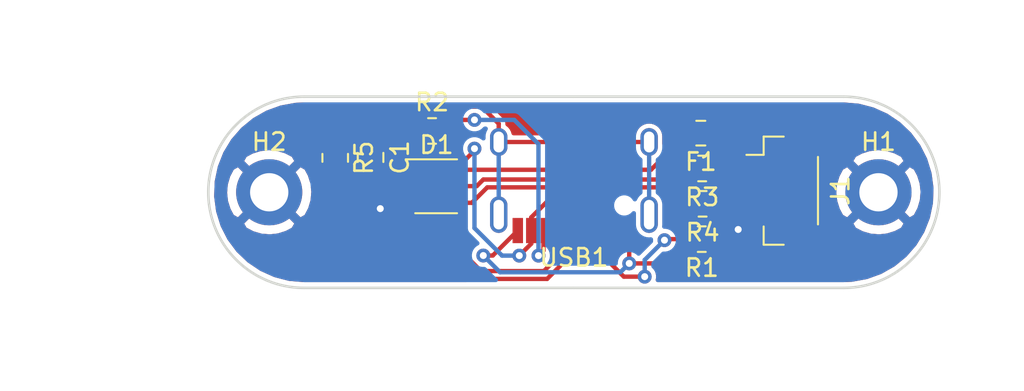
<source format=kicad_pcb>
(kicad_pcb (version 20171130) (host pcbnew 5.1.9-73d0e3b20d~88~ubuntu20.04.1)

  (general
    (thickness 1.6)
    (drawings 7)
    (tracks 99)
    (zones 0)
    (modules 12)
    (nets 14)
  )

  (page A4)
  (layers
    (0 F.Cu signal)
    (31 B.Cu signal)
    (32 B.Adhes user)
    (33 F.Adhes user)
    (34 B.Paste user)
    (35 F.Paste user)
    (36 B.SilkS user)
    (37 F.SilkS user)
    (38 B.Mask user)
    (39 F.Mask user)
    (40 Dwgs.User user)
    (41 Cmts.User user)
    (42 Eco1.User user)
    (43 Eco2.User user)
    (44 Edge.Cuts user)
    (45 Margin user)
    (46 B.CrtYd user)
    (47 F.CrtYd user)
    (48 B.Fab user)
    (49 F.Fab user)
  )

  (setup
    (last_trace_width 0.25)
    (trace_clearance 0.2)
    (zone_clearance 0.254)
    (zone_45_only no)
    (trace_min 0.2)
    (via_size 0.8)
    (via_drill 0.4)
    (via_min_size 0.4)
    (via_min_drill 0.3)
    (uvia_size 0.3)
    (uvia_drill 0.1)
    (uvias_allowed no)
    (uvia_min_size 0.2)
    (uvia_min_drill 0.1)
    (edge_width 0.15)
    (segment_width 0.2)
    (pcb_text_width 0.3)
    (pcb_text_size 1.5 1.5)
    (mod_edge_width 0.12)
    (mod_text_size 1 1)
    (mod_text_width 0.15)
    (pad_size 1.524 1.524)
    (pad_drill 0.762)
    (pad_to_mask_clearance 0)
    (aux_axis_origin 0 0)
    (grid_origin 78.987 57.972)
    (visible_elements FFFFFF7F)
    (pcbplotparams
      (layerselection 0x010fc_ffffffff)
      (usegerberextensions false)
      (usegerberattributes true)
      (usegerberadvancedattributes true)
      (creategerberjobfile true)
      (excludeedgelayer true)
      (linewidth 0.100000)
      (plotframeref false)
      (viasonmask false)
      (mode 1)
      (useauxorigin false)
      (hpglpennumber 1)
      (hpglpenspeed 20)
      (hpglpendiameter 15.000000)
      (psnegative false)
      (psa4output false)
      (plotreference true)
      (plotvalue true)
      (plotinvisibletext false)
      (padsonsilk false)
      (subtractmaskfromsilk false)
      (outputformat 1)
      (mirror false)
      (drillshape 1)
      (scaleselection 1)
      (outputdirectory ""))
  )

  (net 0 "")
  (net 1 Earth)
  (net 2 "Net-(C1-Pad1)")
  (net 3 VCC)
  (net 4 DBUS+)
  (net 5 DBUS-)
  (net 6 +5V)
  (net 7 GND)
  (net 8 D+)
  (net 9 D-)
  (net 10 "Net-(R1-Pad2)")
  (net 11 "Net-(R2-Pad2)")
  (net 12 "Net-(USB1-Pad3)")
  (net 13 "Net-(USB1-Pad9)")

  (net_class Default "This is the default net class."
    (clearance 0.2)
    (trace_width 0.25)
    (via_dia 0.8)
    (via_drill 0.4)
    (uvia_dia 0.3)
    (uvia_drill 0.1)
    (add_net +5V)
    (add_net D+)
    (add_net D-)
    (add_net DBUS+)
    (add_net DBUS-)
    (add_net Earth)
    (add_net GND)
    (add_net "Net-(C1-Pad1)")
    (add_net "Net-(R1-Pad2)")
    (add_net "Net-(R2-Pad2)")
    (add_net "Net-(USB1-Pad3)")
    (add_net "Net-(USB1-Pad9)")
    (add_net VCC)
  )

  (module MountingHole:MountingHole_2.2mm_M2_DIN965_Pad (layer F.Cu) (tedit 56D1B4CB) (tstamp 6087AB7B)
    (at 61.487 63.472)
    (descr "Mounting Hole 2.2mm, M2, DIN965")
    (tags "mounting hole 2.2mm m2 din965")
    (path /609395BB)
    (attr virtual)
    (fp_text reference H2 (at 0 -2.9) (layer F.SilkS)
      (effects (font (size 1 1) (thickness 0.15)))
    )
    (fp_text value MountingHole_Pad (at 0 2.9) (layer F.Fab)
      (effects (font (size 1 1) (thickness 0.15)))
    )
    (fp_text user %R (at 0.3 0) (layer F.Fab)
      (effects (font (size 1 1) (thickness 0.15)))
    )
    (fp_circle (center 0 0) (end 1.9 0) (layer Cmts.User) (width 0.15))
    (fp_circle (center 0 0) (end 2.15 0) (layer F.CrtYd) (width 0.05))
    (pad 1 thru_hole circle (at 0 0) (size 3.8 3.8) (drill 2.2) (layers *.Cu *.Mask)
      (net 1 Earth))
  )

  (module MountingHole:MountingHole_2.2mm_M2_DIN965_Pad locked (layer F.Cu) (tedit 56D1B4CB) (tstamp 6087AC21)
    (at 96.487 63.472)
    (descr "Mounting Hole 2.2mm, M2, DIN965")
    (tags "mounting hole 2.2mm m2 din965")
    (path /609382DF)
    (attr virtual)
    (fp_text reference H1 (at 0 -2.9) (layer F.SilkS)
      (effects (font (size 1 1) (thickness 0.15)))
    )
    (fp_text value MountingHole_Pad (at 0 2.9) (layer F.Fab)
      (effects (font (size 1 1) (thickness 0.15)))
    )
    (fp_text user %R (at 0.3 0) (layer F.Fab)
      (effects (font (size 1 1) (thickness 0.15)))
    )
    (fp_circle (center 0 0) (end 1.9 0) (layer Cmts.User) (width 0.15))
    (fp_circle (center 0 0) (end 2.15 0) (layer F.CrtYd) (width 0.05))
    (pad 1 thru_hole circle (at 0 0) (size 3.8 3.8) (drill 2.2) (layers *.Cu *.Mask)
      (net 1 Earth))
  )

  (module Connector_JST:JST_SH_BM04B-SRSS-TB_1x04-1MP_P1.00mm_Vertical (layer F.Cu) (tedit 5B78AD87) (tstamp 60879616)
    (at 91.002 63.379 270)
    (descr "JST SH series connector, BM04B-SRSS-TB (http://www.jst-mfg.com/product/pdf/eng/eSH.pdf), generated with kicad-footprint-generator")
    (tags "connector JST SH side entry")
    (path /6089C9F1)
    (attr smd)
    (fp_text reference J1 (at 0 -3.3 90) (layer F.SilkS)
      (effects (font (size 1 1) (thickness 0.15)))
    )
    (fp_text value Conn_01x04 (at 0 3.3 90) (layer F.Fab)
      (effects (font (size 1 1) (thickness 0.15)))
    )
    (fp_text user %R (at 0 -0.25 90) (layer F.Fab)
      (effects (font (size 1 1) (thickness 0.15)))
    )
    (fp_line (start -3 1) (end 3 1) (layer F.Fab) (width 0.1))
    (fp_line (start -3.11 -0.04) (end -3.11 1.11) (layer F.SilkS) (width 0.12))
    (fp_line (start -3.11 1.11) (end -2.06 1.11) (layer F.SilkS) (width 0.12))
    (fp_line (start -2.06 1.11) (end -2.06 2.1) (layer F.SilkS) (width 0.12))
    (fp_line (start 3.11 -0.04) (end 3.11 1.11) (layer F.SilkS) (width 0.12))
    (fp_line (start 3.11 1.11) (end 2.06 1.11) (layer F.SilkS) (width 0.12))
    (fp_line (start -1.94 -2.01) (end 1.94 -2.01) (layer F.SilkS) (width 0.12))
    (fp_line (start -3 -1.9) (end 3 -1.9) (layer F.Fab) (width 0.1))
    (fp_line (start -3 1) (end -3 -1.9) (layer F.Fab) (width 0.1))
    (fp_line (start 3 1) (end 3 -1.9) (layer F.Fab) (width 0.1))
    (fp_line (start -1.65 -1.55) (end -1.65 -0.95) (layer F.Fab) (width 0.1))
    (fp_line (start -1.65 -0.95) (end -1.35 -0.95) (layer F.Fab) (width 0.1))
    (fp_line (start -1.35 -0.95) (end -1.35 -1.55) (layer F.Fab) (width 0.1))
    (fp_line (start -1.35 -1.55) (end -1.65 -1.55) (layer F.Fab) (width 0.1))
    (fp_line (start -0.65 -1.55) (end -0.65 -0.95) (layer F.Fab) (width 0.1))
    (fp_line (start -0.65 -0.95) (end -0.35 -0.95) (layer F.Fab) (width 0.1))
    (fp_line (start -0.35 -0.95) (end -0.35 -1.55) (layer F.Fab) (width 0.1))
    (fp_line (start -0.35 -1.55) (end -0.65 -1.55) (layer F.Fab) (width 0.1))
    (fp_line (start 0.35 -1.55) (end 0.35 -0.95) (layer F.Fab) (width 0.1))
    (fp_line (start 0.35 -0.95) (end 0.65 -0.95) (layer F.Fab) (width 0.1))
    (fp_line (start 0.65 -0.95) (end 0.65 -1.55) (layer F.Fab) (width 0.1))
    (fp_line (start 0.65 -1.55) (end 0.35 -1.55) (layer F.Fab) (width 0.1))
    (fp_line (start 1.35 -1.55) (end 1.35 -0.95) (layer F.Fab) (width 0.1))
    (fp_line (start 1.35 -0.95) (end 1.65 -0.95) (layer F.Fab) (width 0.1))
    (fp_line (start 1.65 -0.95) (end 1.65 -1.55) (layer F.Fab) (width 0.1))
    (fp_line (start 1.65 -1.55) (end 1.35 -1.55) (layer F.Fab) (width 0.1))
    (fp_line (start -3.9 -2.6) (end -3.9 2.6) (layer F.CrtYd) (width 0.05))
    (fp_line (start -3.9 2.6) (end 3.9 2.6) (layer F.CrtYd) (width 0.05))
    (fp_line (start 3.9 2.6) (end 3.9 -2.6) (layer F.CrtYd) (width 0.05))
    (fp_line (start 3.9 -2.6) (end -3.9 -2.6) (layer F.CrtYd) (width 0.05))
    (fp_line (start -2 1) (end -1.5 0.292893) (layer F.Fab) (width 0.1))
    (fp_line (start -1.5 0.292893) (end -1 1) (layer F.Fab) (width 0.1))
    (pad MP smd roundrect (at 2.8 -1.2 270) (size 1.2 1.8) (layers F.Cu F.Paste F.Mask) (roundrect_rratio 0.208333))
    (pad MP smd roundrect (at -2.8 -1.2 270) (size 1.2 1.8) (layers F.Cu F.Paste F.Mask) (roundrect_rratio 0.208333))
    (pad 4 smd roundrect (at 1.5 1.325 270) (size 0.6 1.55) (layers F.Cu F.Paste F.Mask) (roundrect_rratio 0.25)
      (net 7 GND))
    (pad 3 smd roundrect (at 0.5 1.325 270) (size 0.6 1.55) (layers F.Cu F.Paste F.Mask) (roundrect_rratio 0.25)
      (net 8 D+))
    (pad 2 smd roundrect (at -0.5 1.325 270) (size 0.6 1.55) (layers F.Cu F.Paste F.Mask) (roundrect_rratio 0.25)
      (net 9 D-))
    (pad 1 smd roundrect (at -1.5 1.325 270) (size 0.6 1.55) (layers F.Cu F.Paste F.Mask) (roundrect_rratio 0.25)
      (net 6 +5V))
    (model ${KISYS3DMOD}/Connector_JST.3dshapes/JST_SH_BM04B-SRSS-TB_1x04-1MP_P1.00mm_Vertical.wrl
      (at (xyz 0 0 0))
      (scale (xyz 1 1 1))
      (rotate (xyz 0 0 0))
    )
    (model ${KIPRJMOD}/jst/JST_-_BM04B-SRSS-TBLFSN.step
      (offset (xyz 0 0.5 0))
      (scale (xyz 1 1 1))
      (rotate (xyz 0 0 0))
    )
  )

  (module Capacitor_SMD:C_0805_2012Metric (layer F.Cu) (tedit 5F68FEEE) (tstamp 6087800A)
    (at 67.31 61.468 270)
    (descr "Capacitor SMD 0805 (2012 Metric), square (rectangular) end terminal, IPC_7351 nominal, (Body size source: IPC-SM-782 page 76, https://www.pcb-3d.com/wordpress/wp-content/uploads/ipc-sm-782a_amendment_1_and_2.pdf, https://docs.google.com/spreadsheets/d/1BsfQQcO9C6DZCsRaXUlFlo91Tg2WpOkGARC1WS5S8t0/edit?usp=sharing), generated with kicad-footprint-generator")
    (tags capacitor)
    (path /608743C9)
    (attr smd)
    (fp_text reference C1 (at 0 -1.68 90) (layer F.SilkS)
      (effects (font (size 1 1) (thickness 0.15)))
    )
    (fp_text value 4.7n (at 0 1.68 90) (layer F.Fab)
      (effects (font (size 1 1) (thickness 0.15)))
    )
    (fp_text user %R (at 0 0 90) (layer F.Fab)
      (effects (font (size 0.5 0.5) (thickness 0.08)))
    )
    (fp_line (start -1 0.625) (end -1 -0.625) (layer F.Fab) (width 0.1))
    (fp_line (start -1 -0.625) (end 1 -0.625) (layer F.Fab) (width 0.1))
    (fp_line (start 1 -0.625) (end 1 0.625) (layer F.Fab) (width 0.1))
    (fp_line (start 1 0.625) (end -1 0.625) (layer F.Fab) (width 0.1))
    (fp_line (start -0.261252 -0.735) (end 0.261252 -0.735) (layer F.SilkS) (width 0.12))
    (fp_line (start -0.261252 0.735) (end 0.261252 0.735) (layer F.SilkS) (width 0.12))
    (fp_line (start -1.7 0.98) (end -1.7 -0.98) (layer F.CrtYd) (width 0.05))
    (fp_line (start -1.7 -0.98) (end 1.7 -0.98) (layer F.CrtYd) (width 0.05))
    (fp_line (start 1.7 -0.98) (end 1.7 0.98) (layer F.CrtYd) (width 0.05))
    (fp_line (start 1.7 0.98) (end -1.7 0.98) (layer F.CrtYd) (width 0.05))
    (pad 2 smd roundrect (at 0.95 0 270) (size 1 1.45) (layers F.Cu F.Paste F.Mask) (roundrect_rratio 0.25)
      (net 1 Earth))
    (pad 1 smd roundrect (at -0.95 0 270) (size 1 1.45) (layers F.Cu F.Paste F.Mask) (roundrect_rratio 0.25)
      (net 2 "Net-(C1-Pad1)"))
    (model ${KISYS3DMOD}/Capacitor_SMD.3dshapes/C_0805_2012Metric.wrl
      (at (xyz 0 0 0))
      (scale (xyz 1 1 1))
      (rotate (xyz 0 0 0))
    )
  )

  (module Type-C:HRO-TYPE-C-31-M-12-Assembly (layer F.Cu) (tedit 5C42C666) (tstamp 60876C4C)
    (at 78.992 57.979 180)
    (path /608E1765)
    (attr smd)
    (fp_text reference USB1 (at 0 -9.25) (layer F.SilkS)
      (effects (font (size 1 1) (thickness 0.15)))
    )
    (fp_text value HRO-TYPE-C-31-M-12 (at 0 1.15) (layer Dwgs.User)
      (effects (font (size 1 1) (thickness 0.15)))
    )
    (fp_text user %R (at 0 -9.25) (layer F.Fab)
      (effects (font (size 1 1) (thickness 0.15)))
    )
    (fp_line (start -4.47 -7.3) (end 4.47 -7.3) (layer Dwgs.User) (width 0.15))
    (fp_line (start 4.47 0) (end 4.47 -7.3) (layer Dwgs.User) (width 0.15))
    (fp_line (start -4.47 0) (end -4.47 -7.3) (layer Dwgs.User) (width 0.15))
    (fp_line (start -4.47 0) (end 4.47 0) (layer Dwgs.User) (width 0.15))
    (fp_line (start -4.5 -7.5) (end -3.75 -7.5) (layer F.CrtYd) (width 0.15))
    (fp_line (start 3.75 -7.5) (end 4.5 -7.5) (layer F.CrtYd) (width 0.15))
    (fp_line (start 4.5 -7.5) (end 4.5 0) (layer F.CrtYd) (width 0.15))
    (fp_line (start 4.5 0) (end -4.5 0) (layer F.CrtYd) (width 0.15))
    (fp_line (start -4.5 0) (end -4.5 -7.5) (layer F.CrtYd) (width 0.15))
    (fp_line (start -3.75 -7.5) (end -3.75 -8.5) (layer F.CrtYd) (width 0.15))
    (fp_line (start -3.75 -8.5) (end 3.75 -8.5) (layer F.CrtYd) (width 0.15))
    (fp_line (start 3.75 -8.5) (end 3.75 -7.5) (layer F.CrtYd) (width 0.15))
    (pad 12 smd rect (at 3.225 -7.695 180) (size 0.6 1.45) (layers F.Cu F.Paste F.Mask)
      (net 7 GND))
    (pad 1 smd rect (at -3.225 -7.695 180) (size 0.6 1.45) (layers F.Cu F.Paste F.Mask)
      (net 7 GND))
    (pad 11 smd rect (at 2.45 -7.695 180) (size 0.6 1.45) (layers F.Cu F.Paste F.Mask)
      (net 3 VCC))
    (pad 2 smd rect (at -2.45 -7.695 180) (size 0.6 1.45) (layers F.Cu F.Paste F.Mask)
      (net 3 VCC))
    (pad 3 smd rect (at -1.75 -7.695 180) (size 0.3 1.45) (layers F.Cu F.Paste F.Mask)
      (net 12 "Net-(USB1-Pad3)"))
    (pad 10 smd rect (at 1.75 -7.695 180) (size 0.3 1.45) (layers F.Cu F.Paste F.Mask)
      (net 11 "Net-(R2-Pad2)"))
    (pad 4 smd rect (at -1.25 -7.695 180) (size 0.3 1.45) (layers F.Cu F.Paste F.Mask)
      (net 10 "Net-(R1-Pad2)"))
    (pad 9 smd rect (at 1.25 -7.695 180) (size 0.3 1.45) (layers F.Cu F.Paste F.Mask)
      (net 13 "Net-(USB1-Pad9)"))
    (pad 5 smd rect (at -0.75 -7.695 180) (size 0.3 1.45) (layers F.Cu F.Paste F.Mask)
      (net 5 DBUS-))
    (pad 8 smd rect (at 0.75 -7.695 180) (size 0.3 1.45) (layers F.Cu F.Paste F.Mask)
      (net 4 DBUS+))
    (pad 7 smd rect (at 0.25 -7.695 180) (size 0.3 1.45) (layers F.Cu F.Paste F.Mask)
      (net 5 DBUS-))
    (pad 6 smd rect (at -0.25 -7.695 180) (size 0.3 1.45) (layers F.Cu F.Paste F.Mask)
      (net 4 DBUS+))
    (pad "" np_thru_hole circle (at 2.89 -6.25 180) (size 0.65 0.65) (drill 0.65) (layers *.Cu *.Mask))
    (pad "" np_thru_hole circle (at -2.89 -6.25 180) (size 0.65 0.65) (drill 0.65) (layers *.Cu *.Mask))
    (pad 13 thru_hole oval (at -4.32 -6.78 180) (size 1 2.1) (drill oval 0.6 1.7) (layers *.Cu *.Mask)
      (net 2 "Net-(C1-Pad1)"))
    (pad 13 thru_hole oval (at 4.32 -6.78 180) (size 1 2.1) (drill oval 0.6 1.7) (layers *.Cu *.Mask)
      (net 2 "Net-(C1-Pad1)"))
    (pad 13 thru_hole oval (at -4.32 -2.6 180) (size 1 1.6) (drill oval 0.6 1.2) (layers *.Cu *.Mask)
      (net 2 "Net-(C1-Pad1)"))
    (pad 13 thru_hole oval (at 4.32 -2.6 180) (size 1 1.6) (drill oval 0.6 1.2) (layers *.Cu *.Mask)
      (net 2 "Net-(C1-Pad1)"))
    (model "${KIPRJMOD}/Type-C.pretty/HRO  TYPE-C-31-M-12.step"
      (offset (xyz -4.5 0 0))
      (scale (xyz 1 1 1))
      (rotate (xyz -90 0 0))
    )
  )

  (module Resistor_SMD:R_0805_2012Metric (layer F.Cu) (tedit 5F68FEEE) (tstamp 60876C29)
    (at 65.278 61.4915 270)
    (descr "Resistor SMD 0805 (2012 Metric), square (rectangular) end terminal, IPC_7351 nominal, (Body size source: IPC-SM-782 page 72, https://www.pcb-3d.com/wordpress/wp-content/uploads/ipc-sm-782a_amendment_1_and_2.pdf), generated with kicad-footprint-generator")
    (tags resistor)
    (path /60873B45)
    (attr smd)
    (fp_text reference R5 (at 0 -1.65 90) (layer F.SilkS)
      (effects (font (size 1 1) (thickness 0.15)))
    )
    (fp_text value 1M (at 0 1.65 90) (layer F.Fab)
      (effects (font (size 1 1) (thickness 0.15)))
    )
    (fp_text user %R (at 0 0 90) (layer F.Fab)
      (effects (font (size 0.5 0.5) (thickness 0.08)))
    )
    (fp_line (start -1 0.625) (end -1 -0.625) (layer F.Fab) (width 0.1))
    (fp_line (start -1 -0.625) (end 1 -0.625) (layer F.Fab) (width 0.1))
    (fp_line (start 1 -0.625) (end 1 0.625) (layer F.Fab) (width 0.1))
    (fp_line (start 1 0.625) (end -1 0.625) (layer F.Fab) (width 0.1))
    (fp_line (start -0.227064 -0.735) (end 0.227064 -0.735) (layer F.SilkS) (width 0.12))
    (fp_line (start -0.227064 0.735) (end 0.227064 0.735) (layer F.SilkS) (width 0.12))
    (fp_line (start -1.68 0.95) (end -1.68 -0.95) (layer F.CrtYd) (width 0.05))
    (fp_line (start -1.68 -0.95) (end 1.68 -0.95) (layer F.CrtYd) (width 0.05))
    (fp_line (start 1.68 -0.95) (end 1.68 0.95) (layer F.CrtYd) (width 0.05))
    (fp_line (start 1.68 0.95) (end -1.68 0.95) (layer F.CrtYd) (width 0.05))
    (pad 2 smd roundrect (at 0.9125 0 270) (size 1.025 1.4) (layers F.Cu F.Paste F.Mask) (roundrect_rratio 0.243902)
      (net 1 Earth))
    (pad 1 smd roundrect (at -0.9125 0 270) (size 1.025 1.4) (layers F.Cu F.Paste F.Mask) (roundrect_rratio 0.243902)
      (net 2 "Net-(C1-Pad1)"))
    (model ${KISYS3DMOD}/Resistor_SMD.3dshapes/R_0805_2012Metric.wrl
      (at (xyz 0 0 0))
      (scale (xyz 1 1 1))
      (rotate (xyz 0 0 0))
    )
  )

  (module Resistor_SMD:R_0805_2012Metric (layer F.Cu) (tedit 5F68FEEE) (tstamp 60877345)
    (at 86.3835 64.135 180)
    (descr "Resistor SMD 0805 (2012 Metric), square (rectangular) end terminal, IPC_7351 nominal, (Body size source: IPC-SM-782 page 72, https://www.pcb-3d.com/wordpress/wp-content/uploads/ipc-sm-782a_amendment_1_and_2.pdf), generated with kicad-footprint-generator")
    (tags resistor)
    (path /608820A5)
    (attr smd)
    (fp_text reference R4 (at 0 -1.65) (layer F.SilkS)
      (effects (font (size 1 1) (thickness 0.15)))
    )
    (fp_text value 22 (at 0 1.65) (layer F.Fab)
      (effects (font (size 1 1) (thickness 0.15)))
    )
    (fp_text user %R (at 0 0) (layer F.Fab)
      (effects (font (size 0.5 0.5) (thickness 0.08)))
    )
    (fp_line (start -1 0.625) (end -1 -0.625) (layer F.Fab) (width 0.1))
    (fp_line (start -1 -0.625) (end 1 -0.625) (layer F.Fab) (width 0.1))
    (fp_line (start 1 -0.625) (end 1 0.625) (layer F.Fab) (width 0.1))
    (fp_line (start 1 0.625) (end -1 0.625) (layer F.Fab) (width 0.1))
    (fp_line (start -0.227064 -0.735) (end 0.227064 -0.735) (layer F.SilkS) (width 0.12))
    (fp_line (start -0.227064 0.735) (end 0.227064 0.735) (layer F.SilkS) (width 0.12))
    (fp_line (start -1.68 0.95) (end -1.68 -0.95) (layer F.CrtYd) (width 0.05))
    (fp_line (start -1.68 -0.95) (end 1.68 -0.95) (layer F.CrtYd) (width 0.05))
    (fp_line (start 1.68 -0.95) (end 1.68 0.95) (layer F.CrtYd) (width 0.05))
    (fp_line (start 1.68 0.95) (end -1.68 0.95) (layer F.CrtYd) (width 0.05))
    (pad 2 smd roundrect (at 0.9125 0 180) (size 1.025 1.4) (layers F.Cu F.Paste F.Mask) (roundrect_rratio 0.243902)
      (net 4 DBUS+))
    (pad 1 smd roundrect (at -0.9125 0 180) (size 1.025 1.4) (layers F.Cu F.Paste F.Mask) (roundrect_rratio 0.243902)
      (net 8 D+))
    (model ${KISYS3DMOD}/Resistor_SMD.3dshapes/R_0805_2012Metric.wrl
      (at (xyz 0 0 0))
      (scale (xyz 1 1 1))
      (rotate (xyz 0 0 0))
    )
  )

  (module Resistor_SMD:R_0805_2012Metric (layer F.Cu) (tedit 5F68FEEE) (tstamp 608778B9)
    (at 86.36 62.103 180)
    (descr "Resistor SMD 0805 (2012 Metric), square (rectangular) end terminal, IPC_7351 nominal, (Body size source: IPC-SM-782 page 72, https://www.pcb-3d.com/wordpress/wp-content/uploads/ipc-sm-782a_amendment_1_and_2.pdf), generated with kicad-footprint-generator")
    (tags resistor)
    (path /60881E3E)
    (attr smd)
    (fp_text reference R3 (at 0 -1.65) (layer F.SilkS)
      (effects (font (size 1 1) (thickness 0.15)))
    )
    (fp_text value 22 (at 0 1.65) (layer F.Fab)
      (effects (font (size 1 1) (thickness 0.15)))
    )
    (fp_text user %R (at 0 0) (layer F.Fab)
      (effects (font (size 0.5 0.5) (thickness 0.08)))
    )
    (fp_line (start -1 0.625) (end -1 -0.625) (layer F.Fab) (width 0.1))
    (fp_line (start -1 -0.625) (end 1 -0.625) (layer F.Fab) (width 0.1))
    (fp_line (start 1 -0.625) (end 1 0.625) (layer F.Fab) (width 0.1))
    (fp_line (start 1 0.625) (end -1 0.625) (layer F.Fab) (width 0.1))
    (fp_line (start -0.227064 -0.735) (end 0.227064 -0.735) (layer F.SilkS) (width 0.12))
    (fp_line (start -0.227064 0.735) (end 0.227064 0.735) (layer F.SilkS) (width 0.12))
    (fp_line (start -1.68 0.95) (end -1.68 -0.95) (layer F.CrtYd) (width 0.05))
    (fp_line (start -1.68 -0.95) (end 1.68 -0.95) (layer F.CrtYd) (width 0.05))
    (fp_line (start 1.68 -0.95) (end 1.68 0.95) (layer F.CrtYd) (width 0.05))
    (fp_line (start 1.68 0.95) (end -1.68 0.95) (layer F.CrtYd) (width 0.05))
    (pad 2 smd roundrect (at 0.9125 0 180) (size 1.025 1.4) (layers F.Cu F.Paste F.Mask) (roundrect_rratio 0.243902)
      (net 5 DBUS-))
    (pad 1 smd roundrect (at -0.9125 0 180) (size 1.025 1.4) (layers F.Cu F.Paste F.Mask) (roundrect_rratio 0.243902)
      (net 9 D-))
    (model ${KISYS3DMOD}/Resistor_SMD.3dshapes/R_0805_2012Metric.wrl
      (at (xyz 0 0 0))
      (scale (xyz 1 1 1))
      (rotate (xyz 0 0 0))
    )
  )

  (module Resistor_SMD:R_0805_2012Metric (layer F.Cu) (tedit 5F68FEEE) (tstamp 60876BF6)
    (at 70.8425 59.944)
    (descr "Resistor SMD 0805 (2012 Metric), square (rectangular) end terminal, IPC_7351 nominal, (Body size source: IPC-SM-782 page 72, https://www.pcb-3d.com/wordpress/wp-content/uploads/ipc-sm-782a_amendment_1_and_2.pdf), generated with kicad-footprint-generator")
    (tags resistor)
    (path /60883DD0)
    (attr smd)
    (fp_text reference R2 (at 0 -1.65) (layer F.SilkS)
      (effects (font (size 1 1) (thickness 0.15)))
    )
    (fp_text value 5.1k (at 0 1.65) (layer F.Fab)
      (effects (font (size 1 1) (thickness 0.15)))
    )
    (fp_text user %R (at 0 0) (layer F.Fab)
      (effects (font (size 0.5 0.5) (thickness 0.08)))
    )
    (fp_line (start -1 0.625) (end -1 -0.625) (layer F.Fab) (width 0.1))
    (fp_line (start -1 -0.625) (end 1 -0.625) (layer F.Fab) (width 0.1))
    (fp_line (start 1 -0.625) (end 1 0.625) (layer F.Fab) (width 0.1))
    (fp_line (start 1 0.625) (end -1 0.625) (layer F.Fab) (width 0.1))
    (fp_line (start -0.227064 -0.735) (end 0.227064 -0.735) (layer F.SilkS) (width 0.12))
    (fp_line (start -0.227064 0.735) (end 0.227064 0.735) (layer F.SilkS) (width 0.12))
    (fp_line (start -1.68 0.95) (end -1.68 -0.95) (layer F.CrtYd) (width 0.05))
    (fp_line (start -1.68 -0.95) (end 1.68 -0.95) (layer F.CrtYd) (width 0.05))
    (fp_line (start 1.68 -0.95) (end 1.68 0.95) (layer F.CrtYd) (width 0.05))
    (fp_line (start 1.68 0.95) (end -1.68 0.95) (layer F.CrtYd) (width 0.05))
    (pad 2 smd roundrect (at 0.9125 0) (size 1.025 1.4) (layers F.Cu F.Paste F.Mask) (roundrect_rratio 0.243902)
      (net 11 "Net-(R2-Pad2)"))
    (pad 1 smd roundrect (at -0.9125 0) (size 1.025 1.4) (layers F.Cu F.Paste F.Mask) (roundrect_rratio 0.243902)
      (net 1 Earth))
    (model ${KISYS3DMOD}/Resistor_SMD.3dshapes/R_0805_2012Metric.wrl
      (at (xyz 0 0 0))
      (scale (xyz 1 1 1))
      (rotate (xyz 0 0 0))
    )
  )

  (module Resistor_SMD:R_0805_2012Metric (layer F.Cu) (tedit 5F68FEEE) (tstamp 6087897A)
    (at 86.3365 66.167 180)
    (descr "Resistor SMD 0805 (2012 Metric), square (rectangular) end terminal, IPC_7351 nominal, (Body size source: IPC-SM-782 page 72, https://www.pcb-3d.com/wordpress/wp-content/uploads/ipc-sm-782a_amendment_1_and_2.pdf), generated with kicad-footprint-generator")
    (tags resistor)
    (path /60883B60)
    (attr smd)
    (fp_text reference R1 (at 0 -1.65) (layer F.SilkS)
      (effects (font (size 1 1) (thickness 0.15)))
    )
    (fp_text value 5.1k (at 0 1.65) (layer F.Fab)
      (effects (font (size 1 1) (thickness 0.15)))
    )
    (fp_text user %R (at 0 0) (layer F.Fab)
      (effects (font (size 0.5 0.5) (thickness 0.08)))
    )
    (fp_line (start -1 0.625) (end -1 -0.625) (layer F.Fab) (width 0.1))
    (fp_line (start -1 -0.625) (end 1 -0.625) (layer F.Fab) (width 0.1))
    (fp_line (start 1 -0.625) (end 1 0.625) (layer F.Fab) (width 0.1))
    (fp_line (start 1 0.625) (end -1 0.625) (layer F.Fab) (width 0.1))
    (fp_line (start -0.227064 -0.735) (end 0.227064 -0.735) (layer F.SilkS) (width 0.12))
    (fp_line (start -0.227064 0.735) (end 0.227064 0.735) (layer F.SilkS) (width 0.12))
    (fp_line (start -1.68 0.95) (end -1.68 -0.95) (layer F.CrtYd) (width 0.05))
    (fp_line (start -1.68 -0.95) (end 1.68 -0.95) (layer F.CrtYd) (width 0.05))
    (fp_line (start 1.68 -0.95) (end 1.68 0.95) (layer F.CrtYd) (width 0.05))
    (fp_line (start 1.68 0.95) (end -1.68 0.95) (layer F.CrtYd) (width 0.05))
    (pad 2 smd roundrect (at 0.9125 0 180) (size 1.025 1.4) (layers F.Cu F.Paste F.Mask) (roundrect_rratio 0.243902)
      (net 10 "Net-(R1-Pad2)"))
    (pad 1 smd roundrect (at -0.9125 0 180) (size 1.025 1.4) (layers F.Cu F.Paste F.Mask) (roundrect_rratio 0.243902)
      (net 1 Earth))
    (model ${KISYS3DMOD}/Resistor_SMD.3dshapes/R_0805_2012Metric.wrl
      (at (xyz 0 0 0))
      (scale (xyz 1 1 1))
      (rotate (xyz 0 0 0))
    )
  )

  (module Fuse:Fuse_0805_2012Metric (layer F.Cu) (tedit 5F68FEF1) (tstamp 6087715C)
    (at 86.2815 60.071 180)
    (descr "Fuse SMD 0805 (2012 Metric), square (rectangular) end terminal, IPC_7351 nominal, (Body size source: https://docs.google.com/spreadsheets/d/1BsfQQcO9C6DZCsRaXUlFlo91Tg2WpOkGARC1WS5S8t0/edit?usp=sharing), generated with kicad-footprint-generator")
    (tags fuse)
    (path /60889B2F)
    (attr smd)
    (fp_text reference F1 (at 0 -1.65) (layer F.SilkS)
      (effects (font (size 1 1) (thickness 0.15)))
    )
    (fp_text value 500mA (at 0 1.65) (layer F.Fab)
      (effects (font (size 1 1) (thickness 0.15)))
    )
    (fp_text user %R (at 0 0) (layer F.Fab)
      (effects (font (size 0.5 0.5) (thickness 0.08)))
    )
    (fp_line (start -1 0.6) (end -1 -0.6) (layer F.Fab) (width 0.1))
    (fp_line (start -1 -0.6) (end 1 -0.6) (layer F.Fab) (width 0.1))
    (fp_line (start 1 -0.6) (end 1 0.6) (layer F.Fab) (width 0.1))
    (fp_line (start 1 0.6) (end -1 0.6) (layer F.Fab) (width 0.1))
    (fp_line (start -0.258578 -0.71) (end 0.258578 -0.71) (layer F.SilkS) (width 0.12))
    (fp_line (start -0.258578 0.71) (end 0.258578 0.71) (layer F.SilkS) (width 0.12))
    (fp_line (start -1.68 0.95) (end -1.68 -0.95) (layer F.CrtYd) (width 0.05))
    (fp_line (start -1.68 -0.95) (end 1.68 -0.95) (layer F.CrtYd) (width 0.05))
    (fp_line (start 1.68 -0.95) (end 1.68 0.95) (layer F.CrtYd) (width 0.05))
    (fp_line (start 1.68 0.95) (end -1.68 0.95) (layer F.CrtYd) (width 0.05))
    (pad 2 smd roundrect (at 0.9375 0 180) (size 0.975 1.4) (layers F.Cu F.Paste F.Mask) (roundrect_rratio 0.25)
      (net 3 VCC))
    (pad 1 smd roundrect (at -0.9375 0 180) (size 0.975 1.4) (layers F.Cu F.Paste F.Mask) (roundrect_rratio 0.25)
      (net 6 +5V))
    (model ${KISYS3DMOD}/Fuse.3dshapes/Fuse_0805_2012Metric.wrl
      (at (xyz 0 0 0))
      (scale (xyz 1 1 1))
      (rotate (xyz 0 0 0))
    )
  )

  (module Package_TO_SOT_SMD:SOT-143 (layer F.Cu) (tedit 5A02FF57) (tstamp 60876B98)
    (at 71.077 63.127)
    (descr SOT-143)
    (tags SOT-143)
    (path /608A40F6)
    (attr smd)
    (fp_text reference D1 (at 0.02 -2.38) (layer F.SilkS)
      (effects (font (size 1 1) (thickness 0.15)))
    )
    (fp_text value PRTR5V0U2X (at -0.28 2.48) (layer F.Fab)
      (effects (font (size 1 1) (thickness 0.15)))
    )
    (fp_text user %R (at 0 0 90) (layer F.Fab)
      (effects (font (size 0.5 0.5) (thickness 0.075)))
    )
    (fp_line (start -1.2 1.55) (end 1.2 1.55) (layer F.SilkS) (width 0.12))
    (fp_line (start 1.2 -1.55) (end -1.75 -1.55) (layer F.SilkS) (width 0.12))
    (fp_line (start -1.2 -1) (end -0.7 -1.5) (layer F.Fab) (width 0.1))
    (fp_line (start -0.7 -1.5) (end 1.2 -1.5) (layer F.Fab) (width 0.1))
    (fp_line (start -1.2 1.5) (end -1.2 -1) (layer F.Fab) (width 0.1))
    (fp_line (start 1.2 1.5) (end -1.2 1.5) (layer F.Fab) (width 0.1))
    (fp_line (start 1.2 -1.5) (end 1.2 1.5) (layer F.Fab) (width 0.1))
    (fp_line (start 2.05 -1.75) (end 2.05 1.75) (layer F.CrtYd) (width 0.05))
    (fp_line (start 2.05 -1.75) (end -2.05 -1.75) (layer F.CrtYd) (width 0.05))
    (fp_line (start -2.05 1.75) (end 2.05 1.75) (layer F.CrtYd) (width 0.05))
    (fp_line (start -2.05 1.75) (end -2.05 -1.75) (layer F.CrtYd) (width 0.05))
    (pad 4 smd rect (at 1.1 -0.95 270) (size 1 1.4) (layers F.Cu F.Paste F.Mask)
      (net 3 VCC))
    (pad 3 smd rect (at 1.1 0.95 270) (size 1 1.4) (layers F.Cu F.Paste F.Mask)
      (net 4 DBUS+))
    (pad 2 smd rect (at -1.1 0.95 270) (size 1 1.4) (layers F.Cu F.Paste F.Mask)
      (net 5 DBUS-))
    (pad 1 smd rect (at -1.1 -0.77 270) (size 1.2 1.4) (layers F.Cu F.Paste F.Mask)
      (net 1 Earth))
    (model ${KISYS3DMOD}/Package_TO_SOT_SMD.3dshapes/SOT-143.wrl
      (at (xyz 0 0 0))
      (scale (xyz 1 1 1))
      (rotate (xyz 0 0 0))
    )
  )

  (dimension 11 (width 0.15) (layer Dwgs.User)
    (gr_text "11.000 mm" (at 49.687 63.472 90) (layer Dwgs.User)
      (effects (font (size 1 1) (thickness 0.15)))
    )
    (feature1 (pts (xy 63.487 57.972) (xy 50.400579 57.972)))
    (feature2 (pts (xy 63.487 68.972) (xy 50.400579 68.972)))
    (crossbar (pts (xy 50.987 68.972) (xy 50.987 57.972)))
    (arrow1a (pts (xy 50.987 57.972) (xy 51.573421 59.098504)))
    (arrow1b (pts (xy 50.987 57.972) (xy 50.400579 59.098504)))
    (arrow2a (pts (xy 50.987 68.972) (xy 51.573421 67.845496)))
    (arrow2b (pts (xy 50.987 68.972) (xy 50.400579 67.845496)))
  )
  (gr_arc (start 63.487 63.472) (end 63.487 57.972) (angle -180) (layer Edge.Cuts) (width 0.15))
  (gr_line (start 78.987 68.972) (end 63.487 68.972) (layer Edge.Cuts) (width 0.15))
  (gr_line (start 78.987 57.972) (end 63.487 57.972) (layer Edge.Cuts) (width 0.15))
  (gr_arc (start 94.487 63.472) (end 94.487 68.972) (angle -180) (layer Edge.Cuts) (width 0.15))
  (gr_line (start 78.987 68.972) (end 94.487 68.972) (layer Edge.Cuts) (width 0.15))
  (gr_line (start 78.987 57.972) (end 94.487 57.972) (layer Edge.Cuts) (width 0.15))

  (via (at 67.867 64.412) (size 0.8) (drill 0.4) (layers F.Cu B.Cu) (net 1))
  (via (at 88.429 65.612347) (size 0.8) (drill 0.4) (layers F.Cu B.Cu) (net 1))
  (segment (start 87.874347 66.167) (end 88.429 65.612347) (width 0.25) (layer F.Cu) (net 1))
  (segment (start 87.874347 66.167) (end 87.249 66.167) (width 0.25) (layer F.Cu) (net 1))
  (segment (start 74.672 64.759) (end 74.672 60.579) (width 0.25) (layer B.Cu) (net 2))
  (segment (start 83.312 60.579) (end 83.312 64.759) (width 0.25) (layer B.Cu) (net 2))
  (segment (start 83.312 60.579) (end 74.672 60.579) (width 0.25) (layer F.Cu) (net 2))
  (segment (start 74.672 59.529) (end 73.69 58.547) (width 0.25) (layer F.Cu) (net 2))
  (segment (start 74.672 60.579) (end 74.672 59.529) (width 0.25) (layer F.Cu) (net 2))
  (segment (start 69.281 58.547) (end 67.31 60.518) (width 0.25) (layer F.Cu) (net 2))
  (segment (start 73.69 58.547) (end 69.281 58.547) (width 0.25) (layer F.Cu) (net 2))
  (segment (start 65.339 60.518) (end 65.278 60.579) (width 0.25) (layer F.Cu) (net 2))
  (segment (start 67.31 60.518) (end 65.339 60.518) (width 0.25) (layer F.Cu) (net 2))
  (segment (start 81.442 64.913998) (end 81.442 65.674) (width 0.25) (layer F.Cu) (net 3))
  (segment (start 80.466992 63.93899) (end 81.442 64.913998) (width 0.25) (layer F.Cu) (net 3))
  (segment (start 77.517008 63.93899) (end 80.466992 63.93899) (width 0.25) (layer F.Cu) (net 3))
  (segment (start 76.542 64.913998) (end 77.517008 63.93899) (width 0.25) (layer F.Cu) (net 3))
  (segment (start 76.542 65.674) (end 76.542 64.913998) (width 0.25) (layer F.Cu) (net 3))
  (segment (start 73.279 61.075) (end 72.177 62.177) (width 0.25) (layer F.Cu) (net 3))
  (segment (start 73.279 60.96) (end 73.279 61.075) (width 0.25) (layer F.Cu) (net 3))
  (via (at 73.279 60.96) (size 0.8) (drill 0.4) (layers F.Cu B.Cu) (net 3))
  (segment (start 85.344 60.251) (end 85.344 60.071) (width 0.25) (layer F.Cu) (net 3))
  (segment (start 83.418 62.177) (end 85.344 60.251) (width 0.25) (layer F.Cu) (net 3))
  (segment (start 72.177 62.177) (end 83.418 62.177) (width 0.25) (layer F.Cu) (net 3))
  (via (at 75.853014 67.116004) (size 0.8) (drill 0.4) (layers F.Cu B.Cu) (net 3))
  (segment (start 76.542 66.427018) (end 76.253013 66.716005) (width 0.25) (layer F.Cu) (net 3))
  (segment (start 76.253013 66.716005) (end 75.853014 67.116004) (width 0.25) (layer F.Cu) (net 3))
  (segment (start 73.279 60.96) (end 73.279 65.529685) (width 0.25) (layer B.Cu) (net 3))
  (segment (start 74.865319 67.116004) (end 75.853014 67.116004) (width 0.25) (layer B.Cu) (net 3))
  (segment (start 73.279 65.529685) (end 74.865319 67.116004) (width 0.25) (layer B.Cu) (net 3))
  (segment (start 76.542 65.674) (end 76.542 66.427018) (width 0.25) (layer F.Cu) (net 3))
  (segment (start 78.242 64.713998) (end 78.566998 64.389) (width 0.25) (layer F.Cu) (net 4))
  (segment (start 78.242 65.674) (end 78.242 64.713998) (width 0.25) (layer F.Cu) (net 4))
  (segment (start 79.242 64.713998) (end 79.242 65.674) (width 0.25) (layer F.Cu) (net 4))
  (segment (start 78.917002 64.389) (end 79.242 64.713998) (width 0.25) (layer F.Cu) (net 4))
  (segment (start 78.566998 64.389) (end 78.917002 64.389) (width 0.25) (layer F.Cu) (net 4))
  (segment (start 72.177 64.077) (end 73.127 64.077) (width 0.25) (layer F.Cu) (net 4))
  (segment (start 73.127 64.077) (end 74.015989 63.188011) (width 0.25) (layer F.Cu) (net 4))
  (segment (start 84.524011 63.188011) (end 85.471 64.135) (width 0.25) (layer F.Cu) (net 4))
  (segment (start 74.015989 63.188011) (end 84.524011 63.188011) (width 0.25) (layer F.Cu) (net 4))
  (segment (start 78.242 65.674) (end 78.242 67.029004) (width 0.25) (layer F.Cu) (net 4))
  (segment (start 78.242 67.029004) (end 77.266004 68.005) (width 0.25) (layer F.Cu) (net 4))
  (segment (start 72.177 66.52759) (end 72.177 64.077) (width 0.25) (layer F.Cu) (net 4))
  (segment (start 73.65441 68.005) (end 72.177 66.52759) (width 0.25) (layer F.Cu) (net 4))
  (segment (start 77.266004 68.005) (end 73.65441 68.005) (width 0.25) (layer F.Cu) (net 4))
  (segment (start 78.742 66.634002) (end 79.036998 66.929) (width 0.25) (layer F.Cu) (net 5))
  (segment (start 78.742 65.674) (end 78.742 66.634002) (width 0.25) (layer F.Cu) (net 5))
  (segment (start 79.742 66.634002) (end 79.742 65.674) (width 0.25) (layer F.Cu) (net 5))
  (segment (start 79.447002 66.929) (end 79.742 66.634002) (width 0.25) (layer F.Cu) (net 5))
  (segment (start 79.036998 66.929) (end 79.447002 66.929) (width 0.25) (layer F.Cu) (net 5))
  (segment (start 73.406 63.119) (end 71.135 63.119) (width 0.25) (layer F.Cu) (net 5))
  (segment (start 70.177 64.077) (end 69.977 64.077) (width 0.25) (layer F.Cu) (net 5))
  (segment (start 73.787 62.738) (end 73.406 63.119) (width 0.25) (layer F.Cu) (net 5))
  (segment (start 71.135 63.119) (end 70.177 64.077) (width 0.25) (layer F.Cu) (net 5))
  (segment (start 84.8125 62.738) (end 85.4475 62.103) (width 0.25) (layer F.Cu) (net 5))
  (segment (start 73.787 62.738) (end 84.8125 62.738) (width 0.25) (layer F.Cu) (net 5))
  (segment (start 69.977 64.964) (end 69.977 64.077) (width 0.25) (layer F.Cu) (net 5))
  (segment (start 77.452404 68.455011) (end 73.468011 68.455011) (width 0.25) (layer F.Cu) (net 5))
  (segment (start 78.742 67.165415) (end 77.452404 68.455011) (width 0.25) (layer F.Cu) (net 5))
  (segment (start 73.468011 68.455011) (end 69.977 64.964) (width 0.25) (layer F.Cu) (net 5))
  (segment (start 78.742 66.634002) (end 78.742 67.165415) (width 0.25) (layer F.Cu) (net 5))
  (segment (start 87.219 60.295) (end 87.219 60.071) (width 0.25) (layer F.Cu) (net 6))
  (segment (start 88.803 61.879) (end 87.219 60.295) (width 0.25) (layer F.Cu) (net 6))
  (segment (start 89.677 61.879) (end 88.803 61.879) (width 0.25) (layer F.Cu) (net 6))
  (segment (start 82.169 65.722) (end 82.217 65.674) (width 0.25) (layer F.Cu) (net 7))
  (segment (start 87.503 67.564) (end 89.677 65.39) (width 0.25) (layer F.Cu) (net 7))
  (segment (start 89.677 65.39) (end 89.677 64.879) (width 0.25) (layer F.Cu) (net 7))
  (segment (start 82.169 67.564) (end 82.169 65.722) (width 0.25) (layer F.Cu) (net 7))
  (via (at 82.169 67.564) (size 0.8) (drill 0.4) (layers F.Cu B.Cu) (net 7))
  (segment (start 82.169 67.564) (end 87.503 67.564) (width 0.25) (layer F.Cu) (net 7))
  (segment (start 81.661 68.072) (end 74.74673 68.072) (width 0.25) (layer B.Cu) (net 7))
  (segment (start 82.169 67.564) (end 81.661 68.072) (width 0.25) (layer B.Cu) (net 7))
  (segment (start 74.330365 67.110635) (end 73.785365 67.110635) (width 0.25) (layer F.Cu) (net 7))
  (segment (start 74.74673 68.072) (end 73.785365 67.110635) (width 0.25) (layer B.Cu) (net 7))
  (via (at 73.785365 67.110635) (size 0.8) (drill 0.4) (layers F.Cu B.Cu) (net 7))
  (segment (start 75.767 65.674) (end 74.330365 67.110635) (width 0.25) (layer F.Cu) (net 7))
  (segment (start 89.675 63.881) (end 89.677 63.879) (width 0.25) (layer F.Cu) (net 8))
  (segment (start 87.55 63.881) (end 89.675 63.881) (width 0.25) (layer F.Cu) (net 8))
  (segment (start 87.296 64.135) (end 87.55 63.881) (width 0.25) (layer F.Cu) (net 8))
  (segment (start 88.0485 62.879) (end 87.2725 62.103) (width 0.25) (layer F.Cu) (net 9))
  (segment (start 89.677 62.879) (end 88.0485 62.879) (width 0.25) (layer F.Cu) (net 9))
  (segment (start 80.242 66.710002) (end 81.857998 68.326) (width 0.25) (layer F.Cu) (net 10))
  (segment (start 80.242 65.674) (end 80.242 66.710002) (width 0.25) (layer F.Cu) (net 10))
  (segment (start 81.857998 68.326) (end 83.058 68.326) (width 0.25) (layer F.Cu) (net 10))
  (via (at 83.058 68.326) (size 0.8) (drill 0.4) (layers F.Cu B.Cu) (net 10))
  (via (at 84.194 66.227) (size 0.8) (drill 0.4) (layers F.Cu B.Cu) (net 10))
  (segment (start 83.058 68.326) (end 83.058 67.363) (width 0.25) (layer B.Cu) (net 10))
  (segment (start 83.058 67.363) (end 84.194 66.227) (width 0.25) (layer B.Cu) (net 10))
  (segment (start 84.254 66.167) (end 84.194 66.227) (width 0.25) (layer F.Cu) (net 10))
  (segment (start 85.424 66.167) (end 84.254 66.167) (width 0.25) (layer F.Cu) (net 10))
  (via (at 73.279 59.309) (size 0.8) (drill 0.4) (layers F.Cu B.Cu) (net 11))
  (segment (start 72.39 59.309) (end 71.755 59.944) (width 0.25) (layer F.Cu) (net 11))
  (segment (start 73.279 59.309) (end 72.39 59.309) (width 0.25) (layer F.Cu) (net 11))
  (segment (start 76.955 60.699) (end 76.955 67.116002) (width 0.25) (layer B.Cu) (net 11))
  (segment (start 77.242 66.829002) (end 76.955 67.116002) (width 0.25) (layer F.Cu) (net 11))
  (via (at 76.955 67.116002) (size 0.8) (drill 0.4) (layers F.Cu B.Cu) (net 11))
  (segment (start 73.279 59.309) (end 75.565 59.309) (width 0.25) (layer B.Cu) (net 11))
  (segment (start 77.242 65.674) (end 77.242 66.829002) (width 0.25) (layer F.Cu) (net 11))
  (segment (start 75.565 59.309) (end 76.955 60.699) (width 0.25) (layer B.Cu) (net 11))

  (zone (net 1) (net_name Earth) (layer F.Cu) (tstamp 0) (hatch edge 0.508)
    (connect_pads (clearance 0.254))
    (min_thickness 0.254)
    (fill yes (arc_segments 32) (thermal_gap 0.508) (thermal_bridge_width 0.508))
    (polygon
      (pts
        (xy 103.367 72.912) (xy 52.367 72.912) (xy 52.367 52.412) (xy 103.367 52.412)
      )
    )
    (filled_polygon
      (pts
        (xy 95.336581 58.501726) (xy 96.16188 58.715931) (xy 96.939275 59.066123) (xy 97.646563 59.542296) (xy 98.263505 60.13083)
        (xy 98.772464 60.814895) (xy 99.158893 61.574945) (xy 99.411735 62.389227) (xy 99.523763 63.234474) (xy 99.491777 64.086509)
        (xy 99.316687 64.920978) (xy 99.003503 65.71401) (xy 98.561175 66.442942) (xy 98.00236 67.086921) (xy 97.343022 67.627544)
        (xy 96.60203 68.049341) (xy 95.800559 68.340261) (xy 94.953066 68.493514) (xy 94.47625 68.516) (xy 83.816508 68.516)
        (xy 83.839 68.402922) (xy 83.839 68.249078) (xy 83.808987 68.098191) (xy 83.79731 68.07) (xy 87.478154 68.07)
        (xy 87.503 68.072447) (xy 87.527846 68.07) (xy 87.527854 68.07) (xy 87.602193 68.062678) (xy 87.697575 68.033745)
        (xy 87.785479 67.986759) (xy 87.862527 67.923527) (xy 87.878376 67.904215) (xy 89.953592 65.828999) (xy 90.919157 65.828999)
        (xy 90.919157 66.529001) (xy 90.931317 66.652462) (xy 90.967329 66.771179) (xy 91.02581 66.880589) (xy 91.104512 66.976488)
        (xy 91.200411 67.05519) (xy 91.309821 67.113671) (xy 91.428538 67.149683) (xy 91.551999 67.161843) (xy 92.852001 67.161843)
        (xy 92.975462 67.149683) (xy 93.094179 67.113671) (xy 93.203589 67.05519) (xy 93.299488 66.976488) (xy 93.37819 66.880589)
        (xy 93.436671 66.771179) (xy 93.472683 66.652462) (xy 93.484843 66.529001) (xy 93.484843 65.828999) (xy 93.472683 65.705538)
        (xy 93.436671 65.586821) (xy 93.37819 65.477411) (xy 93.299488 65.381512) (xy 93.203589 65.30281) (xy 93.1017 65.248349)
        (xy 94.890256 65.248349) (xy 95.094362 65.604867) (xy 95.537223 65.835575) (xy 96.016583 65.975452) (xy 96.514021 66.019123)
        (xy 97.010422 65.964909) (xy 97.486707 65.814894) (xy 97.879638 65.604867) (xy 98.083744 65.248349) (xy 96.487 63.651605)
        (xy 94.890256 65.248349) (xy 93.1017 65.248349) (xy 93.094179 65.244329) (xy 92.975462 65.208317) (xy 92.852001 65.196157)
        (xy 91.551999 65.196157) (xy 91.428538 65.208317) (xy 91.309821 65.244329) (xy 91.200411 65.30281) (xy 91.104512 65.381512)
        (xy 91.02581 65.477411) (xy 90.967329 65.586821) (xy 90.931317 65.705538) (xy 90.919157 65.828999) (xy 89.953592 65.828999)
        (xy 90.01722 65.765372) (xy 90.036527 65.749527) (xy 90.099759 65.672479) (xy 90.146745 65.584575) (xy 90.15364 65.561843)
        (xy 90.302 65.561843) (xy 90.405953 65.551605) (xy 90.50591 65.521283) (xy 90.598032 65.472043) (xy 90.678777 65.405777)
        (xy 90.745043 65.325032) (xy 90.794283 65.23291) (xy 90.824605 65.132953) (xy 90.834843 65.029) (xy 90.834843 64.729)
        (xy 90.824605 64.625047) (xy 90.794283 64.52509) (xy 90.745043 64.432968) (xy 90.700752 64.379) (xy 90.745043 64.325032)
        (xy 90.794283 64.23291) (xy 90.824605 64.132953) (xy 90.834843 64.029) (xy 90.834843 63.729) (xy 90.824605 63.625047)
        (xy 90.794283 63.52509) (xy 90.780349 63.499021) (xy 93.939877 63.499021) (xy 93.994091 63.995422) (xy 94.144106 64.471707)
        (xy 94.354133 64.864638) (xy 94.710651 65.068744) (xy 96.307395 63.472) (xy 96.666605 63.472) (xy 98.263349 65.068744)
        (xy 98.619867 64.864638) (xy 98.850575 64.421777) (xy 98.990452 63.942417) (xy 99.034123 63.444979) (xy 98.979909 62.948578)
        (xy 98.829894 62.472293) (xy 98.619867 62.079362) (xy 98.263349 61.875256) (xy 96.666605 63.472) (xy 96.307395 63.472)
        (xy 94.710651 61.875256) (xy 94.354133 62.079362) (xy 94.123425 62.522223) (xy 93.983548 63.001583) (xy 93.939877 63.499021)
        (xy 90.780349 63.499021) (xy 90.745043 63.432968) (xy 90.700752 63.379) (xy 90.745043 63.325032) (xy 90.794283 63.23291)
        (xy 90.824605 63.132953) (xy 90.834843 63.029) (xy 90.834843 62.729) (xy 90.824605 62.625047) (xy 90.794283 62.52509)
        (xy 90.745043 62.432968) (xy 90.700752 62.379) (xy 90.745043 62.325032) (xy 90.794283 62.23291) (xy 90.824605 62.132953)
        (xy 90.834843 62.029) (xy 90.834843 61.729) (xy 90.831559 61.695651) (xy 94.890256 61.695651) (xy 96.487 63.292395)
        (xy 98.083744 61.695651) (xy 97.879638 61.339133) (xy 97.436777 61.108425) (xy 96.957417 60.968548) (xy 96.459979 60.924877)
        (xy 95.963578 60.979091) (xy 95.487293 61.129106) (xy 95.094362 61.339133) (xy 94.890256 61.695651) (xy 90.831559 61.695651)
        (xy 90.824605 61.625047) (xy 90.794283 61.52509) (xy 90.745043 61.432968) (xy 90.678777 61.352223) (xy 90.598032 61.285957)
        (xy 90.50591 61.236717) (xy 90.405953 61.206395) (xy 90.302 61.196157) (xy 89.052 61.196157) (xy 88.948047 61.206395)
        (xy 88.869741 61.230149) (xy 88.089343 60.449752) (xy 88.089343 60.228999) (xy 90.919157 60.228999) (xy 90.919157 60.929001)
        (xy 90.931317 61.052462) (xy 90.967329 61.171179) (xy 91.02581 61.280589) (xy 91.104512 61.376488) (xy 91.200411 61.45519)
        (xy 91.309821 61.513671) (xy 91.428538 61.549683) (xy 91.551999 61.561843) (xy 92.852001 61.561843) (xy 92.975462 61.549683)
        (xy 93.094179 61.513671) (xy 93.203589 61.45519) (xy 93.299488 61.376488) (xy 93.37819 61.280589) (xy 93.436671 61.171179)
        (xy 93.472683 61.052462) (xy 93.484843 60.929001) (xy 93.484843 60.228999) (xy 93.472683 60.105538) (xy 93.436671 59.986821)
        (xy 93.37819 59.877411) (xy 93.299488 59.781512) (xy 93.203589 59.70281) (xy 93.094179 59.644329) (xy 92.975462 59.608317)
        (xy 92.852001 59.596157) (xy 91.551999 59.596157) (xy 91.428538 59.608317) (xy 91.309821 59.644329) (xy 91.200411 59.70281)
        (xy 91.104512 59.781512) (xy 91.02581 59.877411) (xy 90.967329 59.986821) (xy 90.931317 60.105538) (xy 90.919157 60.228999)
        (xy 88.089343 60.228999) (xy 88.089343 59.61475) (xy 88.077303 59.492508) (xy 88.041646 59.374963) (xy 87.983743 59.266634)
        (xy 87.905818 59.171682) (xy 87.810866 59.093757) (xy 87.702537 59.035854) (xy 87.584992 59.000197) (xy 87.46275 58.988157)
        (xy 86.97525 58.988157) (xy 86.853008 59.000197) (xy 86.735463 59.035854) (xy 86.627134 59.093757) (xy 86.532182 59.171682)
        (xy 86.454257 59.266634) (xy 86.396354 59.374963) (xy 86.360697 59.492508) (xy 86.348657 59.61475) (xy 86.348657 60.52725)
        (xy 86.360697 60.649492) (xy 86.396354 60.767037) (xy 86.454257 60.875366) (xy 86.532182 60.970318) (xy 86.627134 61.048243)
        (xy 86.716267 61.095885) (xy 86.658411 61.12681) (xy 86.562512 61.205512) (xy 86.48381 61.301411) (xy 86.425329 61.410821)
        (xy 86.389317 61.529538) (xy 86.377157 61.652999) (xy 86.377157 62.553001) (xy 86.389317 62.676462) (xy 86.425329 62.795179)
        (xy 86.48381 62.904589) (xy 86.562512 63.000488) (xy 86.658411 63.07919) (xy 86.74464 63.125281) (xy 86.681911 63.15881)
        (xy 86.586012 63.237512) (xy 86.50731 63.333411) (xy 86.448829 63.442821) (xy 86.412817 63.561538) (xy 86.400657 63.684999)
        (xy 86.400657 64.585001) (xy 86.412817 64.708462) (xy 86.448829 64.827179) (xy 86.479413 64.884397) (xy 86.382006 64.936463)
        (xy 86.285315 65.015815) (xy 86.205963 65.112506) (xy 86.146998 65.22282) (xy 86.133064 65.268754) (xy 86.038089 65.19081)
        (xy 85.98711 65.163561) (xy 86.085089 65.11119) (xy 86.180988 65.032488) (xy 86.25969 64.936589) (xy 86.318171 64.827179)
        (xy 86.354183 64.708462) (xy 86.366343 64.585001) (xy 86.366343 63.684999) (xy 86.354183 63.561538) (xy 86.318171 63.442821)
        (xy 86.25969 63.333411) (xy 86.180988 63.237512) (xy 86.085089 63.15881) (xy 85.99886 63.112719) (xy 86.061589 63.07919)
        (xy 86.157488 63.000488) (xy 86.23619 62.904589) (xy 86.294671 62.795179) (xy 86.330683 62.676462) (xy 86.342843 62.553001)
        (xy 86.342843 61.652999) (xy 86.330683 61.529538) (xy 86.294671 61.410821) (xy 86.23619 61.301411) (xy 86.157488 61.205512)
        (xy 86.061589 61.12681) (xy 85.952179 61.068329) (xy 85.917799 61.0579) (xy 85.935866 61.048243) (xy 86.030818 60.970318)
        (xy 86.108743 60.875366) (xy 86.166646 60.767037) (xy 86.202303 60.649492) (xy 86.214343 60.52725) (xy 86.214343 59.61475)
        (xy 86.202303 59.492508) (xy 86.166646 59.374963) (xy 86.108743 59.266634) (xy 86.030818 59.171682) (xy 85.935866 59.093757)
        (xy 85.827537 59.035854) (xy 85.709992 59.000197) (xy 85.58775 58.988157) (xy 85.10025 58.988157) (xy 84.978008 59.000197)
        (xy 84.860463 59.035854) (xy 84.752134 59.093757) (xy 84.657182 59.171682) (xy 84.579257 59.266634) (xy 84.521354 59.374963)
        (xy 84.485697 59.492508) (xy 84.473657 59.61475) (xy 84.473657 60.405751) (xy 84.193 60.686408) (xy 84.193 60.235727)
        (xy 84.180252 60.106294) (xy 84.129875 59.940225) (xy 84.048068 59.787175) (xy 83.937975 59.653025) (xy 83.803825 59.542932)
        (xy 83.650775 59.461125) (xy 83.484706 59.410748) (xy 83.312 59.393738) (xy 83.139295 59.410748) (xy 82.973226 59.461125)
        (xy 82.820176 59.542932) (xy 82.686026 59.653025) (xy 82.575933 59.787175) (xy 82.494125 59.940225) (xy 82.453848 60.073)
        (xy 75.530152 60.073) (xy 75.489875 59.940225) (xy 75.408068 59.787175) (xy 75.297975 59.653025) (xy 75.178 59.554565)
        (xy 75.178 59.553854) (xy 75.180448 59.529) (xy 75.170678 59.429807) (xy 75.141745 59.334425) (xy 75.128155 59.309)
        (xy 75.094759 59.246521) (xy 75.031527 59.169473) (xy 75.01222 59.153628) (xy 74.286591 58.428) (xy 94.467691 58.428)
      )
    )
    (filled_polygon
      (pts
        (xy 67.477252 59.635157) (xy 66.835 59.635157) (xy 66.711538 59.647317) (xy 66.592821 59.683329) (xy 66.483411 59.74181)
        (xy 66.387512 59.820512) (xy 66.30881 59.916411) (xy 66.268538 59.991754) (xy 66.25419 59.964911) (xy 66.175488 59.869012)
        (xy 66.079589 59.79031) (xy 65.970179 59.731829) (xy 65.851462 59.695817) (xy 65.728001 59.683657) (xy 64.827999 59.683657)
        (xy 64.704538 59.695817) (xy 64.585821 59.731829) (xy 64.476411 59.79031) (xy 64.380512 59.869012) (xy 64.30181 59.964911)
        (xy 64.243329 60.074321) (xy 64.207317 60.193038) (xy 64.195157 60.316499) (xy 64.195157 60.841501) (xy 64.207317 60.964962)
        (xy 64.243329 61.083679) (xy 64.30181 61.193089) (xy 64.379754 61.288064) (xy 64.33382 61.301998) (xy 64.223506 61.360963)
        (xy 64.126815 61.440315) (xy 64.047463 61.537006) (xy 63.988498 61.64732) (xy 63.952188 61.767018) (xy 63.939928 61.8915)
        (xy 63.943 62.11825) (xy 64.10175 62.277) (xy 65.151 62.277) (xy 65.151 62.257) (xy 65.405 62.257)
        (xy 65.405 62.277) (xy 66.09475 62.277) (xy 66.10875 62.291) (xy 67.183 62.291) (xy 67.183 62.271)
        (xy 67.437 62.271) (xy 67.437 62.291) (xy 68.51125 62.291) (xy 68.67 62.13225) (xy 68.670466 62.099716)
        (xy 68.80075 62.23) (xy 69.85 62.23) (xy 69.85 61.28075) (xy 69.74625 61.177) (xy 69.803 61.12025)
        (xy 69.803 60.071) (xy 68.94125 60.071) (xy 68.7825 60.22975) (xy 68.779428 60.644) (xy 68.791688 60.768482)
        (xy 68.827998 60.88818) (xy 68.886963 60.998494) (xy 68.966315 61.095185) (xy 69.048597 61.162712) (xy 69.03282 61.167498)
        (xy 68.922506 61.226463) (xy 68.825815 61.305815) (xy 68.746463 61.402506) (xy 68.687498 61.51282) (xy 68.651188 61.632518)
        (xy 68.641577 61.730107) (xy 68.624502 61.67382) (xy 68.565537 61.563506) (xy 68.486185 61.466815) (xy 68.389494 61.387463)
        (xy 68.27918 61.328498) (xy 68.159482 61.292188) (xy 68.14122 61.290389) (xy 68.232488 61.215488) (xy 68.31119 61.119589)
        (xy 68.369671 61.010179) (xy 68.405683 60.891462) (xy 68.417843 60.768) (xy 68.417843 60.268) (xy 68.405683 60.144538)
        (xy 68.40414 60.139451) (xy 68.833921 59.709671) (xy 68.94125 59.817) (xy 69.803 59.817) (xy 69.803 59.797)
        (xy 70.057 59.797) (xy 70.057 59.817) (xy 70.077 59.817) (xy 70.077 60.071) (xy 70.057 60.071)
        (xy 70.057 61.12025) (xy 70.16075 61.224) (xy 70.104 61.28075) (xy 70.104 62.23) (xy 70.124 62.23)
        (xy 70.124 62.484) (xy 70.104 62.484) (xy 70.104 62.504) (xy 69.85 62.504) (xy 69.85 62.484)
        (xy 68.80075 62.484) (xy 68.642 62.64275) (xy 68.641681 62.675431) (xy 68.51125 62.545) (xy 67.437 62.545)
        (xy 67.437 63.39425) (xy 67.59575 63.553) (xy 68.035 63.556072) (xy 68.159482 63.543812) (xy 68.27918 63.507502)
        (xy 68.389494 63.448537) (xy 68.486185 63.369185) (xy 68.565537 63.272494) (xy 68.624502 63.16218) (xy 68.650647 63.075991)
        (xy 68.651188 63.081482) (xy 68.687498 63.20118) (xy 68.746463 63.311494) (xy 68.825815 63.408185) (xy 68.909286 63.476687)
        (xy 68.901513 63.502311) (xy 68.894157 63.577) (xy 68.894157 64.577) (xy 68.901513 64.651689) (xy 68.923299 64.723508)
        (xy 68.958678 64.789696) (xy 69.006289 64.847711) (xy 69.064304 64.895322) (xy 69.130492 64.930701) (xy 69.202311 64.952487)
        (xy 69.277 64.959843) (xy 69.468962 64.959843) (xy 69.468553 64.964) (xy 69.471 64.988846) (xy 69.471 64.988853)
        (xy 69.478322 65.063192) (xy 69.507255 65.158574) (xy 69.554241 65.246479) (xy 69.617473 65.323527) (xy 69.636785 65.339376)
        (xy 72.813408 68.516) (xy 63.506309 68.516) (xy 62.63742 68.442274) (xy 61.812125 68.22807) (xy 61.034725 67.877877)
        (xy 60.327434 67.401701) (xy 59.710493 66.813167) (xy 59.201534 66.129103) (xy 58.815107 65.369055) (xy 58.777627 65.248349)
        (xy 59.890256 65.248349) (xy 60.094362 65.604867) (xy 60.537223 65.835575) (xy 61.016583 65.975452) (xy 61.514021 66.019123)
        (xy 62.010422 65.964909) (xy 62.486707 65.814894) (xy 62.879638 65.604867) (xy 63.083744 65.248349) (xy 61.487 63.651605)
        (xy 59.890256 65.248349) (xy 58.777627 65.248349) (xy 58.562265 64.554774) (xy 58.450237 63.709526) (xy 58.458139 63.499021)
        (xy 58.939877 63.499021) (xy 58.994091 63.995422) (xy 59.144106 64.471707) (xy 59.354133 64.864638) (xy 59.710651 65.068744)
        (xy 61.307395 63.472) (xy 61.666605 63.472) (xy 63.263349 65.068744) (xy 63.619867 64.864638) (xy 63.850575 64.421777)
        (xy 63.990452 63.942417) (xy 64.034123 63.444979) (xy 64.006816 63.194951) (xy 64.047463 63.270994) (xy 64.126815 63.367685)
        (xy 64.223506 63.447037) (xy 64.33382 63.506002) (xy 64.453518 63.542312) (xy 64.578 63.554572) (xy 64.99225 63.5515)
        (xy 65.151 63.39275) (xy 65.151 62.531) (xy 65.405 62.531) (xy 65.405 63.39275) (xy 65.56375 63.5515)
        (xy 65.978 63.554572) (xy 66.102482 63.542312) (xy 66.22218 63.506002) (xy 66.280097 63.475044) (xy 66.34082 63.507502)
        (xy 66.460518 63.543812) (xy 66.585 63.556072) (xy 67.02425 63.553) (xy 67.183 63.39425) (xy 67.183 62.545)
        (xy 66.46825 62.545) (xy 66.45425 62.531) (xy 65.405 62.531) (xy 65.151 62.531) (xy 64.10175 62.531)
        (xy 63.943 62.68975) (xy 63.94116 62.825554) (xy 63.829894 62.472293) (xy 63.619867 62.079362) (xy 63.263349 61.875256)
        (xy 61.666605 63.472) (xy 61.307395 63.472) (xy 59.710651 61.875256) (xy 59.354133 62.079362) (xy 59.123425 62.522223)
        (xy 58.983548 63.001583) (xy 58.939877 63.499021) (xy 58.458139 63.499021) (xy 58.482223 62.857491) (xy 58.657313 62.023022)
        (xy 58.786598 61.695651) (xy 59.890256 61.695651) (xy 61.487 63.292395) (xy 63.083744 61.695651) (xy 62.879638 61.339133)
        (xy 62.436777 61.108425) (xy 61.957417 60.968548) (xy 61.459979 60.924877) (xy 60.963578 60.979091) (xy 60.487293 61.129106)
        (xy 60.094362 61.339133) (xy 59.890256 61.695651) (xy 58.786598 61.695651) (xy 58.970496 61.229993) (xy 59.412827 60.501054)
        (xy 59.97164 59.85708) (xy 60.630978 59.316456) (xy 61.371972 58.894658) (xy 62.173445 58.603737) (xy 63.020934 58.450486)
        (xy 63.49775 58.428) (xy 68.684408 58.428)
      )
    )
    (filled_polygon
      (pts
        (xy 87.376 66.04) (xy 87.396 66.04) (xy 87.396 66.294) (xy 87.376 66.294) (xy 87.376 66.314)
        (xy 87.122 66.314) (xy 87.122 66.294) (xy 87.102 66.294) (xy 87.102 66.04) (xy 87.122 66.04)
        (xy 87.122 66.02) (xy 87.376 66.02)
      )
    )
    (filled_polygon
      (pts
        (xy 88.608957 64.432968) (xy 88.559717 64.52509) (xy 88.529395 64.625047) (xy 88.519157 64.729) (xy 88.519157 65.029)
        (xy 88.529395 65.132953) (xy 88.559717 65.23291) (xy 88.608957 65.325032) (xy 88.675223 65.405777) (xy 88.755968 65.472043)
        (xy 88.836383 65.515025) (xy 88.311411 66.039998) (xy 88.237752 66.039998) (xy 88.3965 65.88125) (xy 88.399572 65.467)
        (xy 88.387312 65.342518) (xy 88.351002 65.22282) (xy 88.292037 65.112506) (xy 88.212685 65.015815) (xy 88.115994 64.936463)
        (xy 88.091699 64.923477) (xy 88.143171 64.827179) (xy 88.179183 64.708462) (xy 88.191343 64.585001) (xy 88.191343 64.387)
        (xy 88.646682 64.387)
      )
    )
  )
  (zone (net 1) (net_name Earth) (layer B.Cu) (tstamp 0) (hatch edge 0.508)
    (connect_pads (clearance 0.254))
    (min_thickness 0.254)
    (fill yes (arc_segments 32) (thermal_gap 0.508) (thermal_bridge_width 0.508))
    (polygon
      (pts
        (xy 104.867 74.912) (xy 53.867 74.912) (xy 53.867 53.912) (xy 104.867 53.912)
      )
    )
    (filled_polygon
      (pts
        (xy 95.336581 58.501726) (xy 96.16188 58.715931) (xy 96.939275 59.066123) (xy 97.646563 59.542296) (xy 98.263505 60.13083)
        (xy 98.772464 60.814895) (xy 99.158893 61.574945) (xy 99.411735 62.389227) (xy 99.523763 63.234474) (xy 99.491777 64.086509)
        (xy 99.316687 64.920978) (xy 99.003503 65.71401) (xy 98.561175 66.442942) (xy 98.00236 67.086921) (xy 97.343022 67.627544)
        (xy 96.60203 68.049341) (xy 95.800559 68.340261) (xy 94.953066 68.493514) (xy 94.47625 68.516) (xy 83.816508 68.516)
        (xy 83.839 68.402922) (xy 83.839 68.249078) (xy 83.808987 68.098191) (xy 83.750113 67.956058) (xy 83.664642 67.828141)
        (xy 83.564 67.727499) (xy 83.564 67.572591) (xy 84.128592 67.008) (xy 84.270922 67.008) (xy 84.421809 66.977987)
        (xy 84.563942 66.919113) (xy 84.691859 66.833642) (xy 84.800642 66.724859) (xy 84.886113 66.596942) (xy 84.944987 66.454809)
        (xy 84.975 66.303922) (xy 84.975 66.150078) (xy 84.944987 65.999191) (xy 84.886113 65.857058) (xy 84.800642 65.729141)
        (xy 84.691859 65.620358) (xy 84.563942 65.534887) (xy 84.421809 65.476013) (xy 84.270922 65.446) (xy 84.183769 65.446)
        (xy 84.193 65.352273) (xy 84.193 65.248349) (xy 94.890256 65.248349) (xy 95.094362 65.604867) (xy 95.537223 65.835575)
        (xy 96.016583 65.975452) (xy 96.514021 66.019123) (xy 97.010422 65.964909) (xy 97.486707 65.814894) (xy 97.879638 65.604867)
        (xy 98.083744 65.248349) (xy 96.487 63.651605) (xy 94.890256 65.248349) (xy 84.193 65.248349) (xy 84.193 64.165727)
        (xy 84.180252 64.036294) (xy 84.129875 63.870225) (xy 84.048068 63.717175) (xy 83.937975 63.583025) (xy 83.835615 63.499021)
        (xy 93.939877 63.499021) (xy 93.994091 63.995422) (xy 94.144106 64.471707) (xy 94.354133 64.864638) (xy 94.710651 65.068744)
        (xy 96.307395 63.472) (xy 96.666605 63.472) (xy 98.263349 65.068744) (xy 98.619867 64.864638) (xy 98.850575 64.421777)
        (xy 98.990452 63.942417) (xy 99.034123 63.444979) (xy 98.979909 62.948578) (xy 98.829894 62.472293) (xy 98.619867 62.079362)
        (xy 98.263349 61.875256) (xy 96.666605 63.472) (xy 96.307395 63.472) (xy 94.710651 61.875256) (xy 94.354133 62.079362)
        (xy 94.123425 62.522223) (xy 93.983548 63.001583) (xy 93.939877 63.499021) (xy 83.835615 63.499021) (xy 83.818 63.484565)
        (xy 83.818 61.695651) (xy 94.890256 61.695651) (xy 96.487 63.292395) (xy 98.083744 61.695651) (xy 97.879638 61.339133)
        (xy 97.436777 61.108425) (xy 96.957417 60.968548) (xy 96.459979 60.924877) (xy 95.963578 60.979091) (xy 95.487293 61.129106)
        (xy 95.094362 61.339133) (xy 94.890256 61.695651) (xy 83.818 61.695651) (xy 83.818 61.603434) (xy 83.937975 61.504975)
        (xy 84.048068 61.370825) (xy 84.129875 61.217775) (xy 84.180252 61.051706) (xy 84.193 60.922273) (xy 84.193 60.235727)
        (xy 84.180252 60.106294) (xy 84.129875 59.940225) (xy 84.048068 59.787175) (xy 83.937975 59.653025) (xy 83.803825 59.542932)
        (xy 83.650775 59.461125) (xy 83.484706 59.410748) (xy 83.312 59.393738) (xy 83.139295 59.410748) (xy 82.973226 59.461125)
        (xy 82.820176 59.542932) (xy 82.686026 59.653025) (xy 82.575933 59.787175) (xy 82.494125 59.940225) (xy 82.443748 60.106294)
        (xy 82.431 60.235727) (xy 82.431 60.922272) (xy 82.443748 61.051705) (xy 82.494125 61.217774) (xy 82.575932 61.370824)
        (xy 82.686025 61.504975) (xy 82.806 61.603435) (xy 82.806001 63.484565) (xy 82.686026 63.583025) (xy 82.575933 63.717175)
        (xy 82.494126 63.870225) (xy 82.493266 63.873059) (xy 82.430386 63.778951) (xy 82.332049 63.680614) (xy 82.216416 63.603351)
        (xy 82.087933 63.550131) (xy 81.951535 63.523) (xy 81.812465 63.523) (xy 81.676067 63.550131) (xy 81.547584 63.603351)
        (xy 81.431951 63.680614) (xy 81.333614 63.778951) (xy 81.256351 63.894584) (xy 81.203131 64.023067) (xy 81.176 64.159465)
        (xy 81.176 64.298535) (xy 81.203131 64.434933) (xy 81.256351 64.563416) (xy 81.333614 64.679049) (xy 81.431951 64.777386)
        (xy 81.547584 64.854649) (xy 81.676067 64.907869) (xy 81.812465 64.935) (xy 81.951535 64.935) (xy 82.087933 64.907869)
        (xy 82.216416 64.854649) (xy 82.332049 64.777386) (xy 82.430386 64.679049) (xy 82.431001 64.678129) (xy 82.431 65.352272)
        (xy 82.443748 65.481705) (xy 82.494125 65.647774) (xy 82.575932 65.800824) (xy 82.686025 65.934975) (xy 82.820175 66.045068)
        (xy 82.973225 66.126875) (xy 83.139294 66.177252) (xy 83.312 66.194262) (xy 83.413 66.184314) (xy 83.413 66.292408)
        (xy 82.71778 66.987629) (xy 82.706438 66.996937) (xy 82.666859 66.957358) (xy 82.538942 66.871887) (xy 82.396809 66.813013)
        (xy 82.245922 66.783) (xy 82.092078 66.783) (xy 81.941191 66.813013) (xy 81.799058 66.871887) (xy 81.671141 66.957358)
        (xy 81.562358 67.066141) (xy 81.476887 67.194058) (xy 81.418013 67.336191) (xy 81.388 67.487078) (xy 81.388 67.566)
        (xy 77.593622 67.566) (xy 77.647113 67.485944) (xy 77.705987 67.343811) (xy 77.736 67.192924) (xy 77.736 67.03908)
        (xy 77.705987 66.888193) (xy 77.647113 66.74606) (xy 77.561642 66.618143) (xy 77.461 66.517501) (xy 77.461 60.723854)
        (xy 77.463448 60.699) (xy 77.453678 60.599807) (xy 77.424745 60.504425) (xy 77.417171 60.490255) (xy 77.377759 60.416521)
        (xy 77.314527 60.339473) (xy 77.29522 60.323628) (xy 75.940376 58.968785) (xy 75.924527 58.949473) (xy 75.847479 58.886241)
        (xy 75.759575 58.839255) (xy 75.664193 58.810322) (xy 75.589854 58.803) (xy 75.589846 58.803) (xy 75.565 58.800553)
        (xy 75.540154 58.803) (xy 73.877501 58.803) (xy 73.776859 58.702358) (xy 73.648942 58.616887) (xy 73.506809 58.558013)
        (xy 73.355922 58.528) (xy 73.202078 58.528) (xy 73.051191 58.558013) (xy 72.909058 58.616887) (xy 72.781141 58.702358)
        (xy 72.672358 58.811141) (xy 72.586887 58.939058) (xy 72.528013 59.081191) (xy 72.498 59.232078) (xy 72.498 59.385922)
        (xy 72.528013 59.536809) (xy 72.586887 59.678942) (xy 72.672358 59.806859) (xy 72.781141 59.915642) (xy 72.909058 60.001113)
        (xy 73.051191 60.059987) (xy 73.202078 60.09) (xy 73.355922 60.09) (xy 73.506809 60.059987) (xy 73.648942 60.001113)
        (xy 73.776859 59.915642) (xy 73.877501 59.815) (xy 73.92106 59.815) (xy 73.854125 59.940225) (xy 73.803748 60.106294)
        (xy 73.791 60.235727) (xy 73.791 60.367499) (xy 73.776859 60.353358) (xy 73.648942 60.267887) (xy 73.506809 60.209013)
        (xy 73.355922 60.179) (xy 73.202078 60.179) (xy 73.051191 60.209013) (xy 72.909058 60.267887) (xy 72.781141 60.353358)
        (xy 72.672358 60.462141) (xy 72.586887 60.590058) (xy 72.528013 60.732191) (xy 72.498 60.883078) (xy 72.498 61.036922)
        (xy 72.528013 61.187809) (xy 72.586887 61.329942) (xy 72.672358 61.457859) (xy 72.773 61.558501) (xy 72.773001 65.504829)
        (xy 72.770553 65.529685) (xy 72.780322 65.628877) (xy 72.809255 65.724259) (xy 72.809256 65.72426) (xy 72.856242 65.812164)
        (xy 72.919474 65.889212) (xy 72.93878 65.905057) (xy 73.44146 66.407737) (xy 73.415423 66.418522) (xy 73.287506 66.503993)
        (xy 73.178723 66.612776) (xy 73.093252 66.740693) (xy 73.034378 66.882826) (xy 73.004365 67.033713) (xy 73.004365 67.187557)
        (xy 73.034378 67.338444) (xy 73.093252 67.480577) (xy 73.178723 67.608494) (xy 73.287506 67.717277) (xy 73.415423 67.802748)
        (xy 73.557556 67.861622) (xy 73.708443 67.891635) (xy 73.850774 67.891635) (xy 74.371358 68.41222) (xy 74.387203 68.431527)
        (xy 74.464251 68.494759) (xy 74.50399 68.516) (xy 63.506309 68.516) (xy 62.63742 68.442274) (xy 61.812125 68.22807)
        (xy 61.034725 67.877877) (xy 60.327434 67.401701) (xy 59.710493 66.813167) (xy 59.201534 66.129103) (xy 58.815107 65.369055)
        (xy 58.777627 65.248349) (xy 59.890256 65.248349) (xy 60.094362 65.604867) (xy 60.537223 65.835575) (xy 61.016583 65.975452)
        (xy 61.514021 66.019123) (xy 62.010422 65.964909) (xy 62.486707 65.814894) (xy 62.879638 65.604867) (xy 63.083744 65.248349)
        (xy 61.487 63.651605) (xy 59.890256 65.248349) (xy 58.777627 65.248349) (xy 58.562265 64.554774) (xy 58.450237 63.709526)
        (xy 58.458139 63.499021) (xy 58.939877 63.499021) (xy 58.994091 63.995422) (xy 59.144106 64.471707) (xy 59.354133 64.864638)
        (xy 59.710651 65.068744) (xy 61.307395 63.472) (xy 61.666605 63.472) (xy 63.263349 65.068744) (xy 63.619867 64.864638)
        (xy 63.850575 64.421777) (xy 63.990452 63.942417) (xy 64.034123 63.444979) (xy 63.979909 62.948578) (xy 63.829894 62.472293)
        (xy 63.619867 62.079362) (xy 63.263349 61.875256) (xy 61.666605 63.472) (xy 61.307395 63.472) (xy 59.710651 61.875256)
        (xy 59.354133 62.079362) (xy 59.123425 62.522223) (xy 58.983548 63.001583) (xy 58.939877 63.499021) (xy 58.458139 63.499021)
        (xy 58.482223 62.857491) (xy 58.657313 62.023022) (xy 58.786598 61.695651) (xy 59.890256 61.695651) (xy 61.487 63.292395)
        (xy 63.083744 61.695651) (xy 62.879638 61.339133) (xy 62.436777 61.108425) (xy 61.957417 60.968548) (xy 61.459979 60.924877)
        (xy 60.963578 60.979091) (xy 60.487293 61.129106) (xy 60.094362 61.339133) (xy 59.890256 61.695651) (xy 58.786598 61.695651)
        (xy 58.970496 61.229993) (xy 59.412827 60.501054) (xy 59.97164 59.85708) (xy 60.630978 59.316456) (xy 61.371972 58.894658)
        (xy 62.173445 58.603737) (xy 63.020934 58.450486) (xy 63.49775 58.428) (xy 94.467691 58.428)
      )
    )
  )
)

</source>
